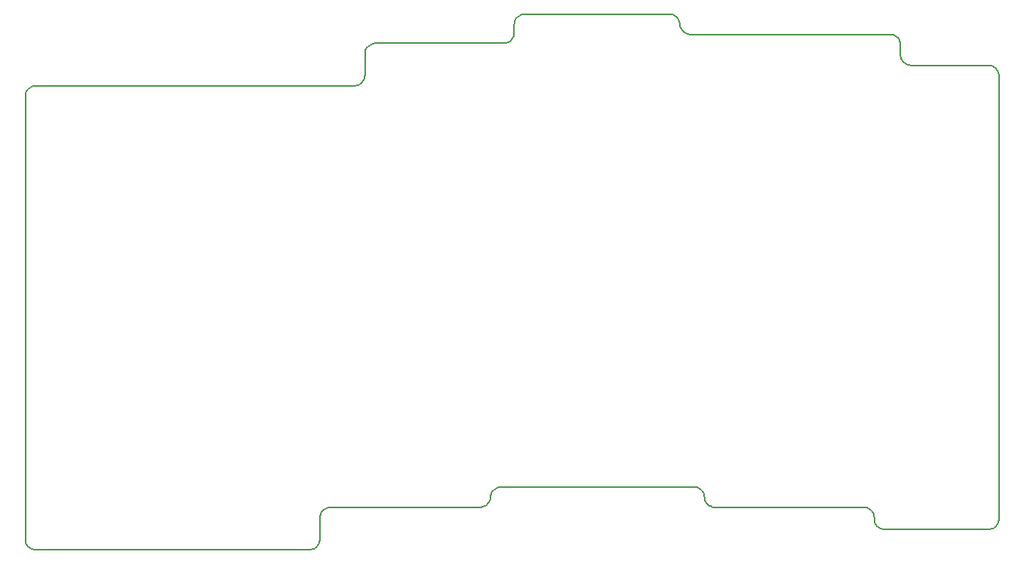
<source format=gbr>
G04 #@! TF.GenerationSoftware,KiCad,Pcbnew,(5.1.0)-1*
G04 #@! TF.CreationDate,2020-09-20T22:55:29+10:00*
G04 #@! TF.ProjectId,oddball,6f646462-616c-46c2-9e6b-696361645f70,rev?*
G04 #@! TF.SameCoordinates,Original*
G04 #@! TF.FileFunction,Profile,NP*
%FSLAX46Y46*%
G04 Gerber Fmt 4.6, Leading zero omitted, Abs format (unit mm)*
G04 Created by KiCad (PCBNEW (5.1.0)-1) date 2020-09-20 22:55:29*
%MOMM*%
%LPD*%
G04 APERTURE LIST*
%ADD10C,0.200000*%
G04 APERTURE END LIST*
D10*
X125720900Y-110551880D02*
X125709100Y-110670680D01*
X126913500Y-109431900D02*
X127209750Y-109427400D01*
X124657400Y-111694750D02*
X124206000Y-111695000D01*
X125163800Y-111529880D02*
X125285200Y-111441680D01*
X125570700Y-111096600D02*
X125634600Y-110960810D01*
X125032300Y-111602190D02*
X125163800Y-111529880D01*
X124892800Y-111657420D02*
X125032300Y-111602190D01*
X125285200Y-111441680D02*
X125394600Y-111338940D01*
X124657400Y-111694750D02*
X124892800Y-111657420D01*
X125634600Y-110960810D02*
X125680900Y-110818100D01*
X125394600Y-111338940D02*
X125490299Y-111223310D01*
X125680900Y-110818100D02*
X125709100Y-110670680D01*
X125490299Y-111223310D02*
X125570700Y-111096600D01*
X126337800Y-109579700D02*
X126473599Y-109515800D01*
X125777000Y-110257640D02*
X125832200Y-110118100D01*
X125739700Y-110403000D02*
X125777000Y-110257640D01*
X125904500Y-109986600D02*
X125992700Y-109865200D01*
X126616300Y-109469500D02*
X126763700Y-109441300D01*
X126211099Y-109660100D02*
X126337800Y-109579700D01*
X125832200Y-110118100D02*
X125904500Y-109986600D01*
X125992700Y-109865200D02*
X126095500Y-109755800D01*
X126095500Y-109755800D02*
X126211099Y-109660100D01*
X126473599Y-109515800D02*
X126616300Y-109469500D01*
X126763700Y-109441300D02*
X126913500Y-109431900D01*
X125720900Y-110551880D02*
X125739700Y-110403000D01*
X127209750Y-109427400D02*
X148530000Y-109428900D01*
X107770000Y-111712510D02*
X124206000Y-111695000D01*
X148085000Y-58610100D02*
X148260000Y-58610100D01*
X145445000Y-56328900D02*
X145845000Y-56328900D01*
X129505000Y-56328900D02*
X129905000Y-56328900D01*
X127090000Y-59612500D02*
X127190000Y-59612500D01*
X146955500Y-57371700D02*
X147002500Y-57714700D01*
X146955500Y-57371700D02*
X146927400Y-57224300D01*
X147288900Y-58235500D02*
X147193200Y-58119900D01*
X147193200Y-58119900D02*
X147112800Y-57993200D01*
X147112800Y-57993200D02*
X147048900Y-57857400D01*
X148085000Y-58610100D02*
X147936100Y-58591300D01*
X147936100Y-58591300D02*
X147790699Y-58554000D01*
X147519700Y-58426500D02*
X147398300Y-58338300D01*
X147398300Y-58338300D02*
X147288900Y-58235500D01*
X147790699Y-58554000D02*
X147651199Y-58498800D01*
X147651199Y-58498800D02*
X147519700Y-58426500D01*
X147048900Y-57857400D02*
X147002500Y-57714700D01*
X146531700Y-56600800D02*
X146410300Y-56512600D01*
X146139199Y-56385000D02*
X145993900Y-56347700D01*
X146927400Y-57224300D02*
X146881000Y-57081600D01*
X146278800Y-56440200D02*
X146139199Y-56385000D01*
X145993900Y-56347700D02*
X145845000Y-56328900D01*
X146881000Y-57081600D02*
X146817199Y-56945800D01*
X146410300Y-56512600D02*
X146278800Y-56440200D01*
X146736700Y-56819100D02*
X146641100Y-56703500D01*
X146817199Y-56945800D02*
X146736700Y-56819100D01*
X146641100Y-56703500D02*
X146531700Y-56600800D01*
X73753230Y-115980410D02*
X73848890Y-116096040D01*
X73525010Y-65572000D02*
X73525010Y-115278020D01*
X74496090Y-64398200D02*
X74350740Y-64435499D01*
X74350740Y-64435499D02*
X74211200Y-64490700D01*
X74211200Y-116359280D02*
X74350740Y-116414520D01*
X73848890Y-116096040D02*
X73958280Y-116198780D01*
X74079700Y-64563000D02*
X73958280Y-64651200D01*
X73525010Y-115278020D02*
X73534440Y-115427780D01*
X74211200Y-64490700D02*
X74079700Y-64563000D01*
X74644970Y-64379400D02*
X74496090Y-64398200D01*
X73534440Y-65422200D02*
X73525010Y-65572000D01*
X73672820Y-64996299D02*
X73608930Y-65132100D01*
X73534440Y-115427780D02*
X73562550Y-115575200D01*
X73608930Y-115717910D02*
X73672820Y-115853700D01*
X73672820Y-115853700D02*
X73753230Y-115980410D01*
X73958280Y-64651200D02*
X73848890Y-64753999D01*
X73958280Y-116198780D02*
X74079700Y-116286970D01*
X73608930Y-65132100D02*
X73562550Y-65274800D01*
X74350740Y-116414520D02*
X74496090Y-116451840D01*
X74079700Y-116286970D02*
X74211200Y-116359280D01*
X74496090Y-116451840D02*
X74644970Y-116470640D01*
X73848890Y-64753999D02*
X73753230Y-64869599D01*
X73753230Y-64869599D02*
X73672820Y-64996299D01*
X73562550Y-65274800D02*
X73534440Y-65422200D01*
X73562550Y-115575200D02*
X73608930Y-115717910D01*
X168784400Y-113141780D02*
X168812500Y-113289200D01*
X169003200Y-113694410D02*
X169098900Y-113810040D01*
X169098900Y-113810040D02*
X169208300Y-113912780D01*
X149953199Y-111217910D02*
X150048900Y-111333540D01*
X150550700Y-111652020D02*
X150696100Y-111689350D01*
X168922800Y-113567700D02*
X169003200Y-113694410D01*
X169208300Y-113912780D02*
X169329700Y-114000980D01*
X169461200Y-114073290D02*
X169600700Y-114128520D01*
X168775000Y-112992020D02*
X168784400Y-113141780D01*
X168812500Y-113289200D02*
X168858900Y-113431920D01*
X169600700Y-114128520D02*
X169746100Y-114165850D01*
X169746100Y-114165850D02*
X169894999Y-114184650D01*
X149872799Y-111091200D02*
X149953199Y-111217910D01*
X168858900Y-113431920D02*
X168922800Y-113567700D01*
X169894999Y-114184650D02*
X181655000Y-114184650D01*
X181655000Y-114184650D02*
X181804000Y-114165850D01*
X150411200Y-111596790D02*
X150550700Y-111652020D01*
X169329700Y-114000980D02*
X169461200Y-114073290D01*
X149762500Y-110812700D02*
X149808900Y-110955410D01*
X149734400Y-110665280D02*
X149762500Y-110812700D01*
X149808900Y-110955410D02*
X149872799Y-111091200D01*
X150158300Y-111436280D02*
X150279700Y-111524480D01*
X150279700Y-111524480D02*
X150411200Y-111596790D01*
X150696100Y-111689350D02*
X150845000Y-111708150D01*
X150048900Y-111333540D02*
X150158300Y-111436280D01*
X182775000Y-63286000D02*
X182766000Y-63136200D01*
X182451000Y-113810040D02*
X182547000Y-113694410D01*
X182766000Y-113141780D02*
X182775000Y-112992020D01*
X182691000Y-62846100D02*
X182627000Y-62710300D01*
X182691000Y-113431920D02*
X182737000Y-113289200D01*
X182737000Y-113289200D02*
X182766000Y-113141780D01*
X171641000Y-59367600D02*
X171577000Y-59231800D01*
X182547000Y-113694410D02*
X182627000Y-113567700D01*
X182089000Y-114073290D02*
X182220000Y-114000980D01*
X171577000Y-59231800D02*
X171497000Y-59105100D01*
X171687000Y-59510300D02*
X171641000Y-59367600D01*
X182737000Y-62988800D02*
X182691000Y-62846100D01*
X170899000Y-58671000D02*
X170754000Y-58633700D01*
X181949000Y-114128520D02*
X182089000Y-114073290D01*
X182341999Y-113912780D02*
X182451000Y-113810040D01*
X181949000Y-62149500D02*
X181804000Y-62112200D01*
X182451000Y-62468000D02*
X182341999Y-62365200D01*
X171725000Y-59807500D02*
X171716000Y-59657700D01*
X182220000Y-114000980D02*
X182341999Y-113912780D01*
X182220000Y-62277000D02*
X182089000Y-62204700D01*
X171170000Y-58798600D02*
X171039000Y-58726200D01*
X182341999Y-62365200D02*
X182220000Y-62277000D01*
X181804000Y-114165850D02*
X181949000Y-114128520D01*
X182775000Y-112992020D02*
X182775000Y-63286000D01*
X182089000Y-62204700D02*
X181949000Y-62149500D01*
X181804000Y-62112200D02*
X181655000Y-62093400D01*
X182627000Y-62710300D02*
X182547000Y-62583600D01*
X182627000Y-113567700D02*
X182691000Y-113431920D01*
X171039000Y-58726200D02*
X170899000Y-58671000D01*
X182547000Y-62583600D02*
X182451000Y-62468000D01*
X171292000Y-58886700D02*
X171170000Y-58798600D01*
X171497000Y-59105100D02*
X171401000Y-58989500D01*
X171401000Y-58989500D02*
X171292000Y-58886700D01*
X182766000Y-63136200D02*
X182737000Y-62988800D01*
X171716000Y-59657700D02*
X171687000Y-59510300D01*
X170754000Y-58633700D02*
X170605000Y-58614900D01*
X149038799Y-109540200D02*
X149170300Y-109612500D01*
X171733999Y-61043800D02*
X171725000Y-60894000D01*
X171763000Y-61191200D02*
X171733999Y-61043800D01*
X172280000Y-61903000D02*
X172158000Y-61814800D01*
X149170300Y-109612500D02*
X149291700Y-109700700D01*
X172551000Y-62030500D02*
X172411000Y-61975300D01*
X172411000Y-61975300D02*
X172280000Y-61903000D01*
X171809000Y-61333900D02*
X171763000Y-61191200D01*
X148530000Y-109428900D02*
X148605000Y-109428900D01*
X149291700Y-109700700D02*
X149401100Y-109803500D01*
X172845000Y-62086600D02*
X172696000Y-62067800D01*
X172049000Y-61712000D02*
X171953000Y-61596400D01*
X148899299Y-109485000D02*
X149038799Y-109540200D01*
X149401100Y-109803500D02*
X149496800Y-109919100D01*
X149496800Y-109919100D02*
X149577200Y-110045820D01*
X149577200Y-110045820D02*
X149641100Y-110181610D01*
X149641100Y-110181610D02*
X149687500Y-110324330D01*
X171873000Y-61469700D02*
X171809000Y-61333900D01*
X172920000Y-62089000D02*
X172920000Y-62086600D01*
X148605000Y-109428900D02*
X148753900Y-109447700D01*
X148753900Y-109447700D02*
X148899299Y-109485000D01*
X172920000Y-62086600D02*
X172845000Y-62086600D01*
X172696000Y-62067800D02*
X172551000Y-62030500D01*
X172158000Y-61814800D02*
X172049000Y-61712000D01*
X171953000Y-61596400D02*
X171873000Y-61469700D01*
X168691100Y-112467610D02*
X168737399Y-112610320D01*
X168088800Y-111826230D02*
X168220300Y-111898540D01*
X168737399Y-112610320D02*
X168765500Y-112757740D01*
X168220300Y-111898540D02*
X168341700Y-111986740D01*
X168341700Y-111986740D02*
X168451100Y-112089480D01*
X168765500Y-112757740D02*
X168775000Y-112907500D01*
X167949200Y-111771000D02*
X168088800Y-111826230D01*
X167579999Y-111714870D02*
X167655000Y-111714870D01*
X168546800Y-112205110D02*
X168627200Y-112331820D01*
X168627200Y-112331820D02*
X168691100Y-112467610D01*
X167655000Y-111714870D02*
X167803900Y-111733670D01*
X167579999Y-111712510D02*
X167579999Y-111714870D01*
X167803900Y-111733670D02*
X167949200Y-111771000D01*
X168451100Y-112089480D02*
X168546800Y-112205110D01*
X149687500Y-110324330D02*
X149715600Y-110471740D01*
X167579999Y-111712510D02*
X150845000Y-111708150D01*
X172920000Y-62089000D02*
X181655000Y-62093400D01*
X168775000Y-112907500D02*
X168775000Y-112992020D01*
X171725000Y-59807500D02*
X171725000Y-60894000D01*
X149715600Y-110471740D02*
X149734400Y-110665280D01*
X148260000Y-58610100D02*
X170605000Y-58614900D01*
X106565600Y-115427780D02*
X106575000Y-115278020D01*
X105603900Y-116451840D02*
X105749300Y-116414520D01*
X105888800Y-116359280D02*
X106020299Y-116286970D01*
X105749300Y-116414520D02*
X105888800Y-116359280D01*
X106537399Y-115575200D02*
X106565600Y-115427780D01*
X106346800Y-115980410D02*
X106427200Y-115853700D01*
X106020299Y-116286970D02*
X106141700Y-116198780D01*
X106427200Y-115853700D02*
X106491100Y-115717910D01*
X106141700Y-116198780D02*
X106251100Y-116096040D01*
X106251100Y-116096040D02*
X106346800Y-115980410D01*
X106491100Y-115717910D02*
X106537399Y-115575200D01*
X105455000Y-116470640D02*
X105603900Y-116451840D01*
X106952000Y-112036390D02*
X107067600Y-111940730D01*
X106761000Y-112267200D02*
X106849200Y-112145780D01*
X106849200Y-112145780D02*
X106952000Y-112036390D01*
X106577400Y-112832470D02*
X106596200Y-112683590D01*
X106688700Y-112398700D02*
X106761000Y-112267200D01*
X107067600Y-111940730D02*
X107194300Y-111860320D01*
X107194300Y-111860320D02*
X107330100Y-111796430D01*
X107330100Y-111796430D02*
X107472800Y-111750050D01*
X106596200Y-112683590D02*
X106633500Y-112538240D01*
X107472800Y-111750050D02*
X107620200Y-111721940D01*
X107620200Y-111721940D02*
X107770000Y-111712510D01*
X106577400Y-112907500D02*
X106577400Y-112832470D01*
X106633500Y-112538240D02*
X106688700Y-112398700D01*
X106575000Y-112907500D02*
X106577400Y-112907500D01*
X106575000Y-115278020D02*
X106575000Y-112907500D01*
X145445000Y-56328900D02*
X129905000Y-56328900D01*
X129210700Y-56385000D02*
X129071200Y-56440200D01*
X129505000Y-56328900D02*
X129356100Y-56347700D01*
X129071200Y-56440200D02*
X128939700Y-56512600D01*
X129356100Y-56347700D02*
X129210700Y-56385000D01*
X128939700Y-56512600D02*
X128818300Y-56600800D01*
X128818300Y-56600800D02*
X128708900Y-56703500D01*
X128708900Y-56703500D02*
X128613199Y-56819100D01*
X128613199Y-56819100D02*
X128532799Y-56945800D01*
X128532799Y-56945800D02*
X128468900Y-57081600D01*
X111772799Y-60233800D02*
X111708900Y-60369600D01*
X111948900Y-59991500D02*
X111853200Y-60107100D01*
X111708900Y-60369600D02*
X111662500Y-60512300D01*
X111634400Y-60659700D02*
X111625000Y-60809500D01*
X74644970Y-116470640D02*
X105455000Y-116470640D01*
X112311200Y-59728200D02*
X112179700Y-59800500D01*
X111853200Y-60107100D02*
X111772799Y-60233800D01*
X112450700Y-59673000D02*
X112311200Y-59728200D01*
X112179700Y-59800500D02*
X112058300Y-59888700D01*
X112745000Y-59616900D02*
X112596100Y-59635700D01*
X111662500Y-60512300D02*
X111634400Y-60659700D01*
X112058300Y-59888700D02*
X111948900Y-59991500D01*
X128422499Y-57224300D02*
X128394400Y-57371700D01*
X128468900Y-57081600D02*
X128422499Y-57224300D01*
X128394400Y-57371700D02*
X128385000Y-57521500D01*
X112596100Y-59635700D02*
X112450700Y-59673000D01*
X128008000Y-59288600D02*
X127892399Y-59384300D01*
X128271300Y-58926300D02*
X128198999Y-59057800D01*
X111622600Y-63180000D02*
X111622600Y-63255000D01*
X111603800Y-63403900D02*
X111566499Y-63549300D01*
X111350799Y-63941700D02*
X111247999Y-64051099D01*
X128110800Y-59179200D02*
X128008000Y-59288600D01*
X110579800Y-64365600D02*
X110430000Y-64375000D01*
X127892399Y-59384300D02*
X127765700Y-59464700D01*
X128382600Y-58492500D02*
X128363800Y-58641400D01*
X127487200Y-59575000D02*
X127339800Y-59603100D01*
X128382600Y-58417500D02*
X128382600Y-58492500D01*
X128198999Y-59057800D02*
X128110800Y-59179200D01*
X128363800Y-58641400D02*
X128326499Y-58786800D01*
X111511300Y-63688800D02*
X111438899Y-63820300D01*
X127765700Y-59464700D02*
X127629900Y-59528600D01*
X127339800Y-59603100D02*
X127190000Y-59612500D01*
X111005699Y-64227200D02*
X110869900Y-64291100D01*
X111132399Y-64146800D02*
X111005699Y-64227200D01*
X128326499Y-58786800D02*
X128271300Y-58926300D01*
X127629900Y-59528600D02*
X127487200Y-59575000D01*
X111438899Y-63820300D02*
X111350799Y-63941700D01*
X111625000Y-63180000D02*
X111622600Y-63180000D01*
X128385000Y-58417500D02*
X128382600Y-58417500D01*
X111566499Y-63549300D02*
X111511300Y-63688800D01*
X111247999Y-64051099D02*
X111132399Y-64146800D01*
X110869900Y-64291100D02*
X110727200Y-64337500D01*
X110727200Y-64337500D02*
X110579800Y-64365600D01*
X111622600Y-63255000D02*
X111603800Y-63403900D01*
X128382600Y-58417500D02*
X128385000Y-57521500D01*
X112745000Y-59616900D02*
X127090000Y-59612500D01*
X74644970Y-64379400D02*
X110430000Y-64375000D01*
X111625000Y-63180000D02*
X111625000Y-60809500D01*
M02*

</source>
